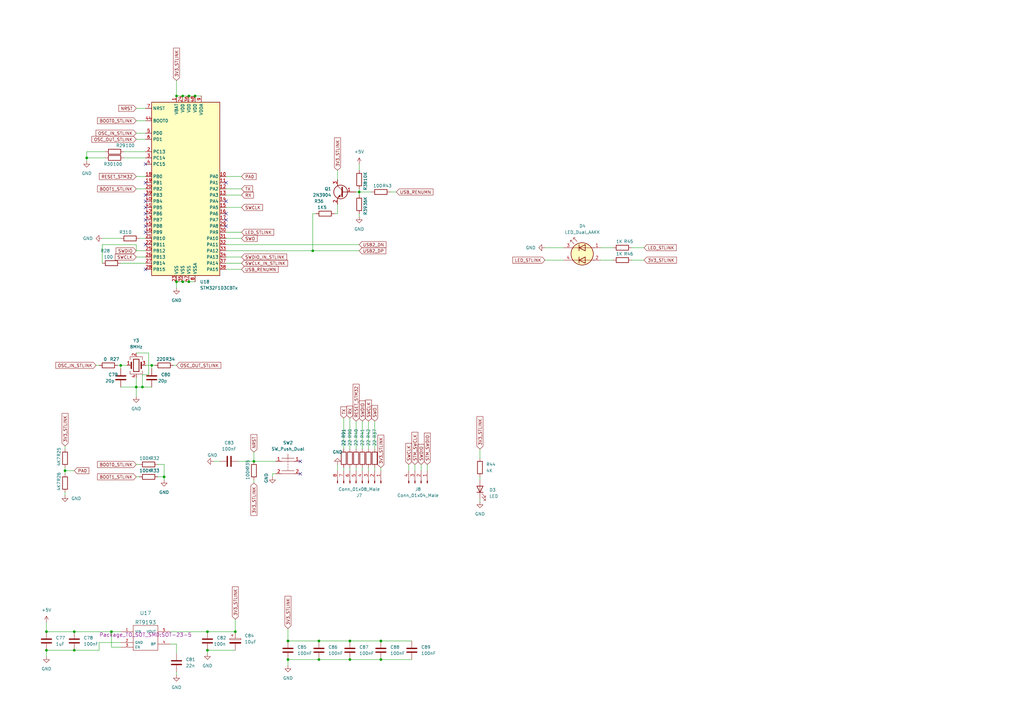
<source format=kicad_sch>
(kicad_sch (version 20211123) (generator eeschema)
  (paper "A3")
  (lib_symbols
    (symbol "Connector:Conn_01x04_Male" (pin_names (offset 1.016) hide)
      (property "Reference" "J" (at 0 5.08 0))
      (property "Value" "Conn_01x04_Male" (at 0 -7.62 0))
      (symbol "Conn_01x04_Male_1_1"
        (polyline (pts (xy 1.27 -5.08) (xy 0.8636 -5.08)) (stroke (width 0.1524)))
        (polyline (pts (xy 1.27 -2.54) (xy 0.8636 -2.54)) (stroke (width 0.1524)))
        (polyline (pts (xy 1.27 0) (xy 0.8636 0)) (stroke (width 0.1524)))
        (polyline (pts (xy 1.27 2.54) (xy 0.8636 2.54)) (stroke (width 0.1524)))
        (rectangle (start 0.8636 -4.953) (end 0 -5.207) (stroke (width 0.1524)) (fill (type outline)))
        (rectangle (start 0.8636 -2.413) (end 0 -2.667) (stroke (width 0.1524)) (fill (type outline)))
        (rectangle (start 0.8636 0.127) (end 0 -0.127) (stroke (width 0.1524)) (fill (type outline)))
        (rectangle (start 0.8636 2.667) (end 0 2.413) (stroke (width 0.1524)) (fill (type outline)))
        (pin passive line (at 5.08 2.54 180) (length 3.81) (name "Pin_1") (number "1"))
        (pin passive line (at 5.08 0 180) (length 3.81) (name "Pin_2") (number "2"))
        (pin passive line (at 5.08 -2.54 180) (length 3.81) (name "Pin_3") (number "3"))
        (pin passive line (at 5.08 -5.08 180) (length 3.81) (name "Pin_4") (number "4"))
      )
    )
    (symbol "Connector:Conn_01x08_Male" (pin_names (offset 1.016) hide)
      (property "Reference" "J" (at 0 10.16 0))
      (property "Value" "Conn_01x08_Male" (at 0 -12.7 0))
      (symbol "Conn_01x08_Male_1_1"
        (polyline (pts (xy 1.27 -10.16) (xy 0.8636 -10.16)) (stroke (width 0.1524)))
        (polyline (pts (xy 1.27 -7.62) (xy 0.8636 -7.62)) (stroke (width 0.1524)))
        (polyline (pts (xy 1.27 -5.08) (xy 0.8636 -5.08)) (stroke (width 0.1524)))
        (polyline (pts (xy 1.27 -2.54) (xy 0.8636 -2.54)) (stroke (width 0.1524)))
        (polyline (pts (xy 1.27 0) (xy 0.8636 0)) (stroke (width 0.1524)))
        (polyline (pts (xy 1.27 2.54) (xy 0.8636 2.54)) (stroke (width 0.1524)))
        (polyline (pts (xy 1.27 5.08) (xy 0.8636 5.08)) (stroke (width 0.1524)))
        (polyline (pts (xy 1.27 7.62) (xy 0.8636 7.62)) (stroke (width 0.1524)))
        (rectangle (start 0.8636 -10.033) (end 0 -10.287) (stroke (width 0.1524)) (fill (type outline)))
        (rectangle (start 0.8636 -7.493) (end 0 -7.747) (stroke (width 0.1524)) (fill (type outline)))
        (rectangle (start 0.8636 -4.953) (end 0 -5.207) (stroke (width 0.1524)) (fill (type outline)))
        (rectangle (start 0.8636 -2.413) (end 0 -2.667) (stroke (width 0.1524)) (fill (type outline)))
        (rectangle (start 0.8636 0.127) (end 0 -0.127) (stroke (width 0.1524)) (fill (type outline)))
        (rectangle (start 0.8636 2.667) (end 0 2.413) (stroke (width 0.1524)) (fill (type outline)))
        (rectangle (start 0.8636 5.207) (end 0 4.953) (stroke (width 0.1524)) (fill (type outline)))
        (rectangle (start 0.8636 7.747) (end 0 7.493) (stroke (width 0.1524)) (fill (type outline)))
        (pin passive line (at 5.08 7.62 180) (length 3.81) (name "Pin_1") (number "1"))
        (pin passive line (at 5.08 5.08 180) (length 3.81) (name "Pin_2") (number "2"))
        (pin passive line (at 5.08 2.54 180) (length 3.81) (name "Pin_3") (number "3"))
        (pin passive line (at 5.08 0 180) (length 3.81) (name "Pin_4") (number "4"))
        (pin passive line (at 5.08 -2.54 180) (length 3.81) (name "Pin_5") (number "5"))
        (pin passive line (at 5.08 -5.08 180) (length 3.81) (name "Pin_6") (number "6"))
        (pin passive line (at 5.08 -7.62 180) (length 3.81) (name "Pin_7") (number "7"))
        (pin passive line (at 5.08 -10.16 180) (length 3.81) (name "Pin_8") (number "8"))
      )
    )
    (symbol "Device:C" (pin_numbers hide) (pin_names (offset 0.254))
      (property "Reference" "C" (at 0.635 2.54 0))
      (property "Value" "C" (at 0.635 -2.54 0))
      (symbol "C_0_1"
        (polyline (pts (xy -2.032 -0.762) (xy 2.032 -0.762)) (stroke (width 0.508)))
        (polyline (pts (xy -2.032 0.762) (xy 2.032 0.762)) (stroke (width 0.508)))
      )
      (symbol "C_1_1"
        (pin passive line (at 0 3.81 270) (length 2.794) (name "~") (number "1"))
        (pin passive line (at 0 -3.81 90) (length 2.794) (name "~") (number "2"))
      )
    )
    (symbol "Device:C_Polarized" (pin_numbers hide) (pin_names (offset 0.254))
      (property "Reference" "C" (at 0.635 2.54 0))
      (property "Value" "C_Polarized" (at 0.635 -2.54 0))
      (symbol "C_Polarized_0_1"
        (rectangle (start -2.286 0.508) (end 2.286 1.016))
        (polyline (pts (xy -1.778 2.286) (xy -0.762 2.286)))
        (polyline (pts (xy -1.27 2.794) (xy -1.27 1.778)))
        (rectangle (start 2.286 -0.508) (end -2.286 -1.016) (fill (type outline)))
      )
      (symbol "C_Polarized_1_1"
        (pin passive line (at 0 3.81 270) (length 2.794) (name "~") (number "1"))
        (pin passive line (at 0 -3.81 90) (length 2.794) (name "~") (number "2"))
      )
    )
    (symbol "Device:Crystal_GND24" (pin_names (offset 1.016) hide)
      (property "Reference" "Y" (at 3.175 5.08 0))
      (property "Value" "Crystal_GND24" (at 3.175 3.175 0))
      (symbol "Crystal_GND24_0_1"
        (rectangle (start -1.143 2.54) (end 1.143 -2.54) (stroke (width 0.3048)))
        (polyline (pts (xy -2.54 0) (xy -2.032 0)))
        (polyline (pts (xy -2.032 -1.27) (xy -2.032 1.27)) (stroke (width 0.508)))
        (polyline (pts (xy 0 -3.81) (xy 0 -3.556)))
        (polyline (pts (xy 0 3.556) (xy 0 3.81)))
        (polyline (pts (xy 2.032 -1.27) (xy 2.032 1.27)) (stroke (width 0.508)))
        (polyline (pts (xy 2.032 0) (xy 2.54 0)))
        (polyline (pts (xy -2.54 -2.286) (xy -2.54 -3.556) (xy 2.54 -3.556) (xy 2.54 -2.286)))
        (polyline (pts (xy -2.54 2.286) (xy -2.54 3.556) (xy 2.54 3.556) (xy 2.54 2.286)))
      )
      (symbol "Crystal_GND24_1_1"
        (pin passive line (at -3.81 0 0) (length 1.27) (name "1") (number "1"))
        (pin passive line (at 0 5.08 270) (length 1.27) (name "2") (number "2"))
        (pin passive line (at 3.81 0 180) (length 1.27) (name "3") (number "3"))
        (pin passive line (at 0 -5.08 90) (length 1.27) (name "4") (number "4"))
      )
    )
    (symbol "Device:LED" (pin_numbers hide) (pin_names (offset 1.016) hide)
      (property "Reference" "D" (at 0 2.54 0))
      (property "Value" "LED" (at 0 -2.54 0))
      (symbol "LED_0_1"
        (polyline (pts (xy -1.27 -1.27) (xy -1.27 1.27)) (stroke (width 0.254)))
        (polyline (pts (xy -1.27 0) (xy 1.27 0)))
        (polyline (pts (xy 1.27 -1.27) (xy 1.27 1.27) (xy -1.27 0) (xy 1.27 -1.27)) (stroke (width 0.254)))
        (polyline (pts (xy -3.048 -0.762) (xy -4.572 -2.286) (xy -3.81 -2.286) (xy -4.572 -2.286) (xy -4.572 -1.524)))
        (polyline (pts (xy -1.778 -0.762) (xy -3.302 -2.286) (xy -2.54 -2.286) (xy -3.302 -2.286) (xy -3.302 -1.524)))
      )
      (symbol "LED_1_1"
        (pin passive line (at -3.81 0 0) (length 2.54) (name "K") (number "1"))
        (pin passive line (at 3.81 0 180) (length 2.54) (name "A") (number "2"))
      )
    )
    (symbol "Device:LED_Dual_AAKK" (pin_names (offset 0) hide)
      (property "Reference" "D" (at 0 5.715 0))
      (property "Value" "LED_Dual_AAKK" (at 0 -6.35 0))
      (symbol "LED_Dual_AAKK_0_1"
        (polyline (pts (xy -5.08 -2.54) (xy 2.032 -2.54)))
        (polyline (pts (xy -5.08 2.54) (xy 2.032 2.54)))
        (polyline (pts (xy 1.27 -1.27) (xy 1.27 -3.81)) (stroke (width 0.254)))
        (polyline (pts (xy 1.27 3.81) (xy 1.27 1.27)) (stroke (width 0.254)))
        (polyline (pts (xy 3.81 -2.54) (xy 1.905 -2.54)))
        (polyline (pts (xy 3.81 2.54) (xy 1.905 2.54)))
        (polyline (pts (xy -1.27 -1.27) (xy -1.27 -3.81) (xy 1.27 -2.54) (xy -1.27 -1.27)) (stroke (width 0.254)))
        (polyline (pts (xy -1.27 3.81) (xy -1.27 1.27) (xy 1.27 2.54) (xy -1.27 3.81)) (stroke (width 0.254)))
        (polyline (pts (xy 2.032 5.08) (xy 3.556 6.604) (xy 2.794 6.604) (xy 3.556 6.604) (xy 3.556 5.842)))
        (polyline (pts (xy 3.302 4.064) (xy 4.826 5.588) (xy 4.064 5.588) (xy 4.826 5.588) (xy 4.826 4.826)))
        (circle (center 0 0) (radius 4.572) (stroke (width 0.254)) (fill (type background)))
      )
      (symbol "LED_Dual_AAKK_1_1"
        (pin input line (at -7.62 2.54 0) (length 3.048) (name "A1") (number "1"))
        (pin input line (at -7.62 -2.54 0) (length 3.048) (name "A2") (number "2"))
        (pin input line (at 7.62 2.54 180) (length 3.81) (name "K1") (number "3"))
        (pin input line (at 7.62 -2.54 180) (length 3.81) (name "K2") (number "4"))
      )
    )
    (symbol "Device:R" (pin_numbers hide) (pin_names (offset 0))
      (property "Reference" "R" (at 2.032 0 90))
      (property "Value" "R" (at 0 0 90))
      (symbol "R_0_1"
        (rectangle (start -1.016 -2.54) (end 1.016 2.54) (stroke (width 0.254)))
      )
      (symbol "R_1_1"
        (pin passive line (at 0 3.81 270) (length 1.27) (name "~") (number "1"))
        (pin passive line (at 0 -3.81 90) (length 1.27) (name "~") (number "2"))
      )
    )
    (symbol "MCU_ST_STM32F1:STM32F103CBTx"
      (property "Reference" "U" (at -15.24 36.83 0))
      (property "Value" "STM32F103CBTx" (at 7.62 36.83 0))
      (symbol "STM32F103CBTx_0_1"
        (rectangle (start -15.24 -35.56) (end 12.7 35.56) (stroke (width 0.254)) (fill (type background)))
      )
      (symbol "STM32F103CBTx_1_1"
        (pin power_in line (at -5.08 38.1 270) (length 2.54) (name "VBAT") (number "1"))
        (pin bidirectional line (at 15.24 5.08 180) (length 2.54) (name "PA0") (number "10"))
        (pin bidirectional line (at 15.24 2.54 180) (length 2.54) (name "PA1") (number "11"))
        (pin bidirectional line (at 15.24 0 180) (length 2.54) (name "PA2") (number "12"))
        (pin bidirectional line (at 15.24 -2.54 180) (length 2.54) (name "PA3") (number "13"))
        (pin bidirectional line (at 15.24 -5.08 180) (length 2.54) (name "PA4") (number "14"))
        (pin bidirectional line (at 15.24 -7.62 180) (length 2.54) (name "PA5") (number "15"))
        (pin bidirectional line (at 15.24 -10.16 180) (length 2.54) (name "PA6") (number "16"))
        (pin bidirectional line (at 15.24 -12.7 180) (length 2.54) (name "PA7") (number "17"))
        (pin bidirectional line (at -17.78 5.08 0) (length 2.54) (name "PB0") (number "18"))
        (pin bidirectional line (at -17.78 2.54 0) (length 2.54) (name "PB1") (number "19"))
        (pin bidirectional line (at -17.78 15.24 0) (length 2.54) (name "PC13") (number "2"))
        (pin bidirectional line (at -17.78 0 0) (length 2.54) (name "PB2") (number "20"))
        (pin bidirectional line (at -17.78 -20.32 0) (length 2.54) (name "PB10") (number "21"))
        (pin bidirectional line (at -17.78 -22.86 0) (length 2.54) (name "PB11") (number "22"))
        (pin power_in line (at -5.08 -38.1 90) (length 2.54) (name "VSS") (number "23"))
        (pin power_in line (at -2.54 38.1 270) (length 2.54) (name "VDD") (number "24"))
        (pin bidirectional line (at -17.78 -25.4 0) (length 2.54) (name "PB12") (number "25"))
        (pin bidirectional line (at -17.78 -27.94 0) (length 2.54) (name "PB13") (number "26"))
        (pin bidirectional line (at -17.78 -30.48 0) (length 2.54) (name "PB14") (number "27"))
        (pin bidirectional line (at -17.78 -33.02 0) (length 2.54) (name "PB15") (number "28"))
        (pin bidirectional line (at 15.24 -15.24 180) (length 2.54) (name "PA8") (number "29"))
        (pin bidirectional line (at -17.78 12.7 0) (length 2.54) (name "PC14") (number "3"))
        (pin bidirectional line (at 15.24 -17.78 180) (length 2.54) (name "PA9") (number "30"))
        (pin bidirectional line (at 15.24 -20.32 180) (length 2.54) (name "PA10") (number "31"))
        (pin bidirectional line (at 15.24 -22.86 180) (length 2.54) (name "PA11") (number "32"))
        (pin bidirectional line (at 15.24 -25.4 180) (length 2.54) (name "PA12") (number "33"))
        (pin bidirectional line (at 15.24 -27.94 180) (length 2.54) (name "PA13") (number "34"))
        (pin power_in line (at -2.54 -38.1 90) (length 2.54) (name "VSS") (number "35"))
        (pin power_in line (at 0 38.1 270) (length 2.54) (name "VDD") (number "36"))
        (pin bidirectional line (at 15.24 -30.48 180) (length 2.54) (name "PA14") (number "37"))
        (pin bidirectional line (at 15.24 -33.02 180) (length 2.54) (name "PA15") (number "38"))
        (pin bidirectional line (at -17.78 -2.54 0) (length 2.54) (name "PB3") (number "39"))
        (pin bidirectional line (at -17.78 10.16 0) (length 2.54) (name "PC15") (number "4"))
        (pin bidirectional line (at -17.78 -5.08 0) (length 2.54) (name "PB4") (number "40"))
        (pin bidirectional line (at -17.78 -7.62 0) (length 2.54) (name "PB5") (number "41"))
        (pin bidirectional line (at -17.78 -10.16 0) (length 2.54) (name "PB6") (number "42"))
        (pin bidirectional line (at -17.78 -12.7 0) (length 2.54) (name "PB7") (number "43"))
        (pin input line (at -17.78 27.94 0) (length 2.54) (name "BOOT0") (number "44"))
        (pin bidirectional line (at -17.78 -15.24 0) (length 2.54) (name "PB8") (number "45"))
        (pin bidirectional line (at -17.78 -17.78 0) (length 2.54) (name "PB9") (number "46"))
        (pin power_in line (at 0 -38.1 90) (length 2.54) (name "VSS") (number "47"))
        (pin power_in line (at 2.54 38.1 270) (length 2.54) (name "VDD") (number "48"))
        (pin input line (at -17.78 22.86 0) (length 2.54) (name "PD0") (number "5"))
        (pin input line (at -17.78 20.32 0) (length 2.54) (name "PD1") (number "6"))
        (pin input line (at -17.78 33.02 0) (length 2.54) (name "NRST") (number "7"))
        (pin power_in line (at 2.54 -38.1 90) (length 2.54) (name "VSSA") (number "8"))
        (pin power_in line (at 5.08 38.1 270) (length 2.54) (name "VDDA") (number "9"))
      )
    )
    (symbol "SW_Push_Dual_1" (pin_names (offset 1.016) hide)
      (property "Reference" "SW?" (at 0 7.62 0))
      (property "Value" "SW_Push_Dual" (at 0 5.08 0))
      (symbol "SW_Push_Dual_1_0_1"
        (polyline (pts (xy -2.54 -5.08) (xy 2.54 -5.08)))
        (polyline (pts (xy -2.54 0) (xy 2.54 0)))
        (polyline (pts (xy 0 -3.048) (xy 0 -3.556)))
        (polyline (pts (xy 0 -2.032) (xy 0 -2.54)))
        (polyline (pts (xy 0 -1.524) (xy 0 -1.016)))
        (polyline (pts (xy 0 -0.508) (xy 0 0)))
        (polyline (pts (xy 0 0.508) (xy 0 1.016)))
        (polyline (pts (xy 0 1.27) (xy 0 3.048)))
        (polyline (pts (xy 2.54 -3.81) (xy -2.54 -3.81)))
        (polyline (pts (xy 2.54 1.27) (xy -2.54 1.27)))
        (pin passive line (at -5.08 0 0) (length 2.54) (name "1") (number "1"))
        (pin passive line (at 5.08 0 180) (length 2.54) (name "1") (number "1"))
        (pin passive line (at -5.08 -5.08 0) (length 2.54) (name "2") (number "2"))
        (pin passive line (at 5.08 -5.08 180) (length 2.54) (name "2") (number "2"))
      )
    )
    (symbol "TX0RX0:RT9193" (pin_names (offset 0.762))
      (property "Reference" "U" (at -2.54 7.62 0))
      (property "Value" "RT9193" (at 0 5.08 0))
      (property "Datasheet" "www.richtek.com/download_ds.jsp?s=248" (at 0 0 0))
      (symbol "RT9193_0_1"
        (rectangle (start -5.08 3.81) (end 5.08 -6.35))
      )
      (symbol "RT9193_1_1"
        (pin input line (at -10.16 1.27 0) (length 5.08) (name "VIN") (number "1"))
        (pin input line (at -10.16 -3.175 0) (length 5.08) (name "GND") (number "2"))
        (pin input line (at -10.16 -5.08 0) (length 5.08) (name "EN") (number "3"))
        (pin power_out line (at 10.16 -3.81 180) (length 5.08) (name "BP") (number "4"))
        (pin power_out line (at 10.16 1.27 180) (length 5.08) (name "VOUT") (number "5"))
      )
    )
    (symbol "Transistor_BJT:BC817" (pin_names (offset 0) hide)
      (property "Reference" "Q" (at 5.08 1.905 0))
      (property "Value" "BC817" (at 5.08 0 0))
      (symbol "BC817_0_1"
        (polyline (pts (xy 0.635 0.635) (xy 2.54 2.54)))
        (polyline (pts (xy 0.635 -0.635) (xy 2.54 -2.54) (xy 2.54 -2.54)))
        (polyline (pts (xy 0.635 1.905) (xy 0.635 -1.905) (xy 0.635 -1.905)) (stroke (width 0.508)))
        (polyline (pts (xy 1.27 -1.778) (xy 1.778 -1.27) (xy 2.286 -2.286) (xy 1.27 -1.778) (xy 1.27 -1.778)) (fill (type outline)))
        (circle (center 1.27 0) (radius 2.8194) (stroke (width 0.254)))
      )
      (symbol "BC817_1_1"
        (pin input line (at -5.08 0 0) (length 5.715) (name "B") (number "1"))
        (pin passive line (at 2.54 -5.08 90) (length 2.54) (name "E") (number "2"))
        (pin passive line (at 2.54 5.08 270) (length 2.54) (name "C") (number "3"))
      )
    )
    (symbol "power:+5V" (power) (pin_names (offset 0))
      (property "Value" "+5V" (at 0 3.556 0))
      (symbol "+5V_0_1"
        (polyline (pts (xy -0.762 1.27) (xy 0 2.54)))
        (polyline (pts (xy 0 0) (xy 0 2.54)))
        (polyline (pts (xy 0 2.54) (xy 0.762 1.27)))
      )
      (symbol "+5V_1_1"
        (pin power_in line (at 0 0 90) (length 0) hide (name "+5V") (number "1"))
      )
    )
    (symbol "power:GND" (power) (pin_names (offset 0))
      (property "Value" "GND" (at 0 -3.81 0))
      (symbol "GND_0_1"
        (polyline (pts (xy 0 0) (xy 0 -1.27) (xy 1.27 -1.27) (xy 0 -2.54) (xy -1.27 -1.27) (xy 0 -1.27)))
      )
      (symbol "GND_1_1"
        (pin power_in line (at 0 0 270) (length 0) hide (name "GND") (number "1"))
      )
    )
  )
  (junction (at 77.47 39.37))
  (junction (at 72.39 115.57))
  (junction (at 72.39 39.37))
  (junction (at 104.14 189.23))
  (junction (at 67.31 195.58))
  (junction (at 143.51 270.51))
  (junction (at 26.67 193.04))
  (junction (at 96.52 259.08))
  (junction (at 85.09 266.7))
  (junction (at 130.81 270.51))
  (junction (at 74.93 39.37))
  (junction (at 55.88 158.75))
  (junction (at 118.11 270.51))
  (junction (at 19.05 259.08))
  (junction (at 156.21 270.51))
  (junction (at 143.51 262.89))
  (junction (at 118.11 262.89))
  (junction (at 147.32 78.74))
  (junction (at 35.56 64.77))
  (junction (at 130.81 262.89))
  (junction (at 49.53 149.86))
  (junction (at 74.93 115.57))
  (junction (at 45.72 259.08))
  (junction (at 30.48 266.7))
  (junction (at 85.09 259.08))
  (junction (at 77.47 115.57))
  (junction (at 156.21 262.89))
  (junction (at 19.05 266.7))
  (junction (at 62.23 149.86))
  (junction (at 128.27 102.87))
  (junction (at 80.01 39.37))
  (junction (at 58.42 158.75))
  (junction (at 30.48 259.08))
  (no_connect (at 123.19 189.23))
  (no_connect (at 123.19 194.31))
  (no_connect (at 59.69 100.33))
  (no_connect (at 59.69 87.63))
  (no_connect (at 59.69 95.25))
  (no_connect (at 59.69 92.71))
  (no_connect (at 59.69 90.17))
  (no_connect (at 59.69 110.49))
  (no_connect (at 59.69 74.93))
  (no_connect (at 59.69 82.55))
  (no_connect (at 59.69 80.01))
  (no_connect (at 59.69 85.09))
  (no_connect (at 92.71 90.17))
  (no_connect (at 92.71 92.71))
  (no_connect (at 92.71 87.63))
  (no_connect (at 92.71 82.55))
  (no_connect (at 92.71 74.93))
  (no_connect (at 59.69 67.31))
  (wire (pts (xy 60.96 144.78) (xy 60.96 153.67)))
  (wire (pts (xy 55.88 54.61) (xy 59.69 54.61)))
  (wire (pts (xy 130.81 262.89) (xy 143.51 262.89)))
  (wire (pts (xy 143.51 270.51) (xy 156.21 270.51)))
  (wire (pts (xy 223.52 106.68) (xy 231.14 106.68)))
  (wire (pts (xy 19.05 266.7) (xy 30.48 266.7)))
  (wire (pts (xy 92.71 110.49) (xy 99.06 110.49)))
  (wire (pts (xy 246.38 101.6) (xy 251.46 101.6)))
  (wire (pts (xy 147.32 77.47) (xy 147.32 78.74)))
  (wire (pts (xy 55.88 77.47) (xy 59.69 77.47)))
  (wire (pts (xy 140.97 191.77) (xy 140.97 193.04)))
  (wire (pts (xy 72.39 264.16) (xy 72.39 267.97)))
  (wire (pts (xy 58.42 158.75) (xy 62.23 158.75)))
  (wire (pts (xy 49.53 107.95) (xy 59.69 107.95)))
  (wire (pts (xy 118.11 270.51) (xy 118.11 273.05)))
  (wire (pts (xy 55.88 144.78) (xy 60.96 144.78)))
  (wire (pts (xy 49.53 158.75) (xy 55.88 158.75)))
  (wire (pts (xy 35.56 62.23) (xy 43.18 62.23)))
  (wire (pts (xy 259.08 101.6) (xy 264.16 101.6)))
  (wire (pts (xy 57.15 97.79) (xy 59.69 97.79)))
  (wire (pts (xy 72.39 115.57) (xy 72.39 118.11)))
  (wire (pts (xy 55.88 102.87) (xy 55.88 100.33)))
  (wire (pts (xy 92.71 97.79) (xy 99.06 97.79)))
  (wire (pts (xy 55.88 154.94) (xy 55.88 158.75)))
  (wire (pts (xy 55.88 102.87) (xy 59.69 102.87)))
  (wire (pts (xy 72.39 33.02) (xy 72.39 39.37)))
  (wire (pts (xy 64.77 195.58) (xy 67.31 195.58)))
  (wire (pts (xy 151.13 172.72) (xy 151.13 184.15)))
  (wire (pts (xy 156.21 270.51) (xy 168.91 270.51)))
  (wire (pts (xy 35.56 66.04) (xy 35.56 64.77)))
  (wire (pts (xy 160.02 78.74) (xy 162.56 78.74)))
  (wire (pts (xy 62.23 149.86) (xy 62.23 151.13)))
  (wire (pts (xy 118.11 262.89) (xy 130.81 262.89)))
  (wire (pts (xy 55.88 57.15) (xy 59.69 57.15)))
  (wire (pts (xy 146.05 191.77) (xy 146.05 193.04)))
  (wire (pts (xy 196.85 204.47) (xy 196.85 205.74)))
  (wire (pts (xy 129.54 87.63) (xy 128.27 87.63)))
  (wire (pts (xy 69.85 264.16) (xy 72.39 264.16)))
  (wire (pts (xy 111.76 194.31) (xy 113.03 194.31)))
  (wire (pts (xy 104.14 185.42) (xy 104.14 189.23)))
  (wire (pts (xy 67.31 190.5) (xy 67.31 195.58)))
  (wire (pts (xy 30.48 259.08) (xy 45.72 259.08)))
  (wire (pts (xy 143.51 171.45) (xy 143.51 184.15)))
  (wire (pts (xy 40.64 266.7) (xy 30.48 266.7)))
  (wire (pts (xy 55.88 195.58) (xy 57.15 195.58)))
  (wire (pts (xy 49.53 149.86) (xy 52.07 149.86)))
  (wire (pts (xy 19.05 255.27) (xy 19.05 259.08)))
  (wire (pts (xy 26.67 201.93) (xy 26.67 203.2)))
  (wire (pts (xy 97.79 189.23) (xy 104.14 189.23)))
  (wire (pts (xy 55.88 72.39) (xy 59.69 72.39)))
  (wire (pts (xy 153.67 172.72) (xy 153.67 184.15)))
  (wire (pts (xy 69.85 259.08) (xy 85.09 259.08)))
  (wire (pts (xy 130.81 270.51) (xy 143.51 270.51)))
  (wire (pts (xy 26.67 182.88) (xy 26.67 184.15)))
  (wire (pts (xy 74.93 115.57) (xy 77.47 115.57)))
  (wire (pts (xy 175.26 190.5) (xy 175.26 193.04)))
  (wire (pts (xy 72.39 39.37) (xy 74.93 39.37)))
  (wire (pts (xy 153.67 191.77) (xy 153.67 193.04)))
  (wire (pts (xy 196.85 184.15) (xy 196.85 187.96)))
  (wire (pts (xy 60.96 153.67) (xy 58.42 153.67)))
  (wire (pts (xy 118.11 270.51) (xy 130.81 270.51)))
  (wire (pts (xy 85.09 259.08) (xy 96.52 259.08)))
  (wire (pts (xy 45.72 259.08) (xy 45.72 265.43)))
  (wire (pts (xy 156.21 191.77) (xy 156.21 193.04)))
  (wire (pts (xy 111.76 195.58) (xy 111.76 194.31)))
  (wire (pts (xy 148.59 172.72) (xy 148.59 184.15)))
  (wire (pts (xy 147.32 67.31) (xy 147.32 69.85)))
  (wire (pts (xy 45.72 265.43) (xy 49.53 265.43)))
  (wire (pts (xy 92.71 85.09) (xy 99.06 85.09)))
  (wire (pts (xy 167.64 190.5) (xy 167.64 193.04)))
  (wire (pts (xy 50.8 62.23) (xy 59.69 62.23)))
  (wire (pts (xy 259.08 106.68) (xy 264.16 106.68)))
  (wire (pts (xy 147.32 78.74) (xy 146.05 78.74)))
  (wire (pts (xy 148.59 191.77) (xy 148.59 193.04)))
  (wire (pts (xy 92.71 77.47) (xy 99.06 77.47)))
  (wire (pts (xy 19.05 259.08) (xy 30.48 259.08)))
  (wire (pts (xy 55.88 158.75) (xy 55.88 162.56)))
  (wire (pts (xy 35.56 64.77) (xy 35.56 62.23)))
  (wire (pts (xy 58.42 153.67) (xy 58.42 158.75)))
  (wire (pts (xy 55.88 158.75) (xy 58.42 158.75)))
  (wire (pts (xy 151.13 191.77) (xy 151.13 193.04)))
  (wire (pts (xy 246.38 106.68) (xy 251.46 106.68)))
  (wire (pts (xy 39.37 149.86) (xy 40.64 149.86)))
  (wire (pts (xy 72.39 115.57) (xy 74.93 115.57)))
  (wire (pts (xy 85.09 266.7) (xy 96.52 266.7)))
  (wire (pts (xy 55.88 49.53) (xy 59.69 49.53)))
  (wire (pts (xy 147.32 78.74) (xy 152.4 78.74)))
  (wire (pts (xy 138.43 87.63) (xy 138.43 83.82)))
  (wire (pts (xy 104.14 196.85) (xy 104.14 198.12)))
  (wire (pts (xy 128.27 102.87) (xy 147.32 102.87)))
  (wire (pts (xy 80.01 39.37) (xy 82.55 39.37)))
  (wire (pts (xy 74.93 39.37) (xy 77.47 39.37)))
  (wire (pts (xy 147.32 80.01) (xy 147.32 78.74)))
  (wire (pts (xy 64.77 190.5) (xy 67.31 190.5)))
  (wire (pts (xy 156.21 262.89) (xy 168.91 262.89)))
  (wire (pts (xy 87.63 189.23) (xy 90.17 189.23)))
  (wire (pts (xy 62.23 149.86) (xy 63.5 149.86)))
  (wire (pts (xy 137.16 87.63) (xy 138.43 87.63)))
  (wire (pts (xy 35.56 64.77) (xy 43.18 64.77)))
  (wire (pts (xy 49.53 263.525) (xy 40.64 263.525)))
  (wire (pts (xy 26.67 193.04) (xy 30.48 193.04)))
  (wire (pts (xy 92.71 100.33) (xy 147.32 100.33)))
  (wire (pts (xy 104.14 189.23) (xy 113.03 189.23)))
  (wire (pts (xy 77.47 39.37) (xy 80.01 39.37)))
  (wire (pts (xy 67.31 195.58) (xy 67.31 196.85)))
  (wire (pts (xy 26.67 191.77) (xy 26.67 193.04)))
  (wire (pts (xy 138.43 190.5) (xy 138.43 193.04)))
  (wire (pts (xy 50.8 64.77) (xy 59.69 64.77)))
  (wire (pts (xy 138.43 69.85) (xy 138.43 73.66)))
  (wire (pts (xy 71.12 149.86) (xy 72.39 149.86)))
  (wire (pts (xy 59.69 149.86) (xy 62.23 149.86)))
  (wire (pts (xy 196.85 195.58) (xy 196.85 196.85)))
  (wire (pts (xy 55.88 100.33) (xy 41.91 100.33)))
  (wire (pts (xy 146.05 172.72) (xy 146.05 184.15)))
  (wire (pts (xy 19.05 266.7) (xy 19.05 269.24)))
  (wire (pts (xy 77.47 115.57) (xy 80.01 115.57)))
  (wire (pts (xy 85.09 266.7) (xy 85.09 267.97)))
  (wire (pts (xy 55.88 105.41) (xy 59.69 105.41)))
  (wire (pts (xy 140.97 171.45) (xy 140.97 184.15)))
  (wire (pts (xy 41.91 97.79) (xy 49.53 97.79)))
  (wire (pts (xy 92.71 95.25) (xy 99.06 95.25)))
  (wire (pts (xy 172.72 190.5) (xy 172.72 193.04)))
  (wire (pts (xy 96.52 254) (xy 96.52 259.08)))
  (wire (pts (xy 55.88 44.45) (xy 59.69 44.45)))
  (wire (pts (xy 72.39 275.59) (xy 72.39 276.86)))
  (wire (pts (xy 48.26 149.86) (xy 49.53 149.86)))
  (wire (pts (xy 170.18 190.5) (xy 170.18 193.04)))
  (wire (pts (xy 223.52 101.6) (xy 231.14 101.6)))
  (wire (pts (xy 143.51 262.89) (xy 156.21 262.89)))
  (wire (pts (xy 45.72 259.08) (xy 49.53 259.08)))
  (wire (pts (xy 40.64 263.525) (xy 40.64 266.7)))
  (wire (pts (xy 147.32 87.63) (xy 147.32 88.9)))
  (wire (pts (xy 41.91 100.33) (xy 41.91 107.95)))
  (wire (pts (xy 92.71 105.41) (xy 99.06 105.41)))
  (wire (pts (xy 55.88 190.5) (xy 57.15 190.5)))
  (wire (pts (xy 143.51 191.77) (xy 143.51 193.04)))
  (wire (pts (xy 128.27 87.63) (xy 128.27 102.87)))
  (wire (pts (xy 118.11 257.81) (xy 118.11 262.89)))
  (wire (pts (xy 92.71 107.95) (xy 99.06 107.95)))
  (wire (pts (xy 92.71 80.01) (xy 99.06 80.01)))
  (wire (pts (xy 92.71 102.87) (xy 128.27 102.87)))
  (wire (pts (xy 26.67 193.04) (xy 26.67 194.31)))
  (wire (pts (xy 92.71 72.39) (xy 99.06 72.39)))
  (wire (pts (xy 49.53 149.86) (xy 49.53 151.13)))
  (global_label "3V3_STLINK" (shape input) (at 264.16 106.68 0) (property "Intersheet References" "${INTERSHEET_REFS}" (effects hide)))
  (global_label "3V3_STLINK" (shape input) (at 96.52 254 90) (property "Intersheet References" "${INTERSHEET_REFS}" (effects hide)))
  (global_label "NRST" (shape input) (at 55.88 44.45 180) (property "Intersheet References" "${INTERSHEET_REFS}" (effects hide)))
  (global_label "TX" (shape input) (at 140.97 171.45 90) (property "Intersheet References" "${INTERSHEET_REFS}" (effects hide)))
  (global_label "BOOT0_STLINK" (shape input) (at 55.88 49.53 180) (property "Intersheet References" "${INTERSHEET_REFS}" (effects hide)))
  (global_label "OSC_OUT_STLINK" (shape input) (at 72.39 149.86 0) (property "Intersheet References" "${INTERSHEET_REFS}" (effects hide)))
  (global_label "3V3_STLINK" (shape input) (at 196.85 184.15 90) (property "Intersheet References" "${INTERSHEET_REFS}" (effects hide)))
  (global_label "USB_RENUMN" (shape input) (at 162.56 78.74 0) (property "Intersheet References" "${INTERSHEET_REFS}" (effects hide)))
  (global_label "SWCLK" (shape input) (at 151.13 172.72 90) (property "Intersheet References" "${INTERSHEET_REFS}" (effects hide)))
  (global_label "LED_STLINK" (shape input) (at 99.06 95.25 0) (property "Intersheet References" "${INTERSHEET_REFS}" (effects hide)))
  (global_label "PA0" (shape input) (at 30.48 193.04 0) (property "Intersheet References" "${INTERSHEET_REFS}" (effects hide)))
  (global_label "OSC_IN_STLINK" (shape input) (at 55.88 54.61 180) (property "Intersheet References" "${INTERSHEET_REFS}" (effects hide)))
  (global_label "SWDIO" (shape input) (at 55.88 102.87 180) (property "Intersheet References" "${INTERSHEET_REFS}" (effects hide)))
  (global_label "RESET_STM32" (shape input) (at 55.88 72.39 180) (property "Intersheet References" "${INTERSHEET_REFS}" (effects hide)))
  (global_label "BOOT0_STLINK" (shape input) (at 55.88 190.5 180) (property "Intersheet References" "${INTERSHEET_REFS}" (effects hide)))
  (global_label "LED_STLINK" (shape input) (at 223.52 106.68 180) (property "Intersheet References" "${INTERSHEET_REFS}" (effects hide)))
  (global_label "SWO" (shape input) (at 153.67 172.72 90) (property "Intersheet References" "${INTERSHEET_REFS}" (effects hide)))
  (global_label "SWCLK" (shape input) (at 167.64 190.5 90) (property "Intersheet References" "${INTERSHEET_REFS}" (effects hide)))
  (global_label "3V3_STLINK" (shape input) (at 118.11 257.81 90) (property "Intersheet References" "${INTERSHEET_REFS}" (effects hide)))
  (global_label "3V3_STLINK" (shape input) (at 72.39 33.02 90) (property "Intersheet References" "${INTERSHEET_REFS}" (effects hide)))
  (global_label "BOOT1_STLINK" (shape input) (at 55.88 195.58 180) (property "Intersheet References" "${INTERSHEET_REFS}" (effects hide)))
  (global_label "SWO" (shape input) (at 99.06 97.79 0) (property "Intersheet References" "${INTERSHEET_REFS}" (effects hide)))
  (global_label "3V3_STLINK" (shape input) (at 104.14 198.12 270) (property "Intersheet References" "${INTERSHEET_REFS}" (effects hide)))
  (global_label "USB_RENUMN" (shape input) (at 99.06 110.49 0) (property "Intersheet References" "${INTERSHEET_REFS}" (effects hide)))
  (global_label "SWDIO_IN_STLINK" (shape input) (at 99.06 105.41 0) (property "Intersheet References" "${INTERSHEET_REFS}" (effects hide)))
  (global_label "3V3_STLINK" (shape input) (at 26.67 182.88 90) (property "Intersheet References" "${INTERSHEET_REFS}" (effects hide)))
  (global_label "SWDIO" (shape input) (at 148.59 172.72 90) (property "Intersheet References" "${INTERSHEET_REFS}" (effects hide)))
  (global_label "SWCLK_IN_STLINK" (shape input) (at 99.06 107.95 0) (property "Intersheet References" "${INTERSHEET_REFS}" (effects hide)))
  (global_label "LED_STLINK" (shape input) (at 264.16 101.6 0) (property "Intersheet References" "${INTERSHEET_REFS}" (effects hide)))
  (global_label "3V3_STLINK" (shape input) (at 138.43 69.85 90) (property "Intersheet References" "${INTERSHEET_REFS}" (effects hide)))
  (global_label "NRST" (shape input) (at 104.14 185.42 90) (property "Intersheet References" "${INTERSHEET_REFS}" (effects hide)))
  (global_label "STM_SWDIO" (shape input) (at 175.26 190.5 90) (property "Intersheet References" "${INTERSHEET_REFS}" (effects hide)))
  (global_label "TX" (shape input) (at 99.06 77.47 0) (property "Intersheet References" "${INTERSHEET_REFS}" (effects hide)))
  (global_label "3V3_STLINK" (shape input) (at 156.21 191.77 90) (property "Intersheet References" "${INTERSHEET_REFS}" (effects hide)))
  (global_label "BOOT1_STLINK" (shape input) (at 55.88 77.47 180) (property "Intersheet References" "${INTERSHEET_REFS}" (effects hide)))
  (global_label "RESET_STM32" (shape input) (at 146.05 172.72 90) (property "Intersheet References" "${INTERSHEET_REFS}" (effects hide)))
  (global_label "STM_SWCLK" (shape input) (at 170.18 190.5 90) (property "Intersheet References" "${INTERSHEET_REFS}" (effects hide)))
  (global_label "SWCLK" (shape input) (at 55.88 105.41 180) (property "Intersheet References" "${INTERSHEET_REFS}" (effects hide)))
  (global_label "OSC_OUT_STLINK" (shape input) (at 55.88 57.15 180) (property "Intersheet References" "${INTERSHEET_REFS}" (effects hide)))
  (global_label "OSC_IN_STLINK" (shape input) (at 39.37 149.86 180) (property "Intersheet References" "${INTERSHEET_REFS}" (effects hide)))
  (global_label "PA0" (shape input) (at 99.06 72.39 0) (property "Intersheet References" "${INTERSHEET_REFS}" (effects hide)))
  (global_label "SWCLK" (shape input) (at 99.06 85.09 0) (property "Intersheet References" "${INTERSHEET_REFS}" (effects hide)))
  (global_label "USB2_DP" (shape input) (at 147.32 102.87 0) (property "Intersheet References" "${INTERSHEET_REFS}" (effects hide)))
  (global_label "USB2_DN" (shape input) (at 147.32 100.33 0) (property "Intersheet References" "${INTERSHEET_REFS}" (effects hide)))
  (global_label "RX" (shape input) (at 143.51 171.45 90) (property "Intersheet References" "${INTERSHEET_REFS}" (effects hide)))
  (global_label "SWDIO" (shape input) (at 172.72 190.5 90) (property "Intersheet References" "${INTERSHEET_REFS}" (effects hide)))
  (global_label "RX" (shape input) (at 99.06 80.01 0) (property "Intersheet References" "${INTERSHEET_REFS}" (effects hide)))
  (symbol (lib_id "Device:C") (at 168.91 266.7 0) (unit 1)
    (property "Reference" "C89" (at 172.72 265.4299 0) (effects (justify left)))
    (property "Value" "100nF" (at 172.72 267.9699 0) (effects (justify left)))
    (property "Footprint" "Capacitor_SMD:C_0603_1608Metric_Pad1.08x0.95mm_HandSolder" (effects hide))
  )
  (symbol (lib_id "power:GND") (at 55.88 162.56 0) (unit 1)
    (property "Reference" "#PWR067" (effects hide))
    (property "Value" "GND" (at 55.88 167.64 0))
  )
  (symbol (lib_id "power:GND") (at 87.63 189.23 270) (unit 1)
    (property "Reference" "#PWR072" (effects hide))
    (property "Value" "GND" (at 85.09 186.69 90) (effects (justify left)))
  )
  (symbol (lib_id "Device:R") (at 147.32 73.66 0) (unit 1)
    (property "Reference" "R38" (at 149.86 76.2 90))
    (property "Value" "10K" (at 149.86 72.39 90))
    (property "Footprint" "Resistor_SMD:R_0603_1608Metric_Pad0.98x0.95mm_HandSolder" (effects hide))
  )
  (symbol (lib_id "power:GND") (at 118.11 273.05 0) (unit 1)
    (property "Reference" "#PWR074" (effects hide))
    (property "Value" "GND" (at 118.11 278.13 0))
  )
  (symbol (lib_id "Device:C_Polarized") (at 96.52 262.89 0) (unit 1)
    (property "Reference" "C84" (at 100.33 260.7309 0) (effects (justify left)))
    (property "Value" "10uF" (at 100.33 263.2709 0) (effects (justify left)))
    (property "Footprint" "Capacitor_Tantalum_SMD:CP_EIA-1608-08_AVX-J" (effects hide))
  )
  (symbol (lib_id "Device:R") (at 156.21 78.74 90) (unit 1)
    (property "Reference" "R43" (at 158.75 76.2 90))
    (property "Value" "100" (at 154.94 76.2 90))
    (property "Footprint" "Resistor_SMD:R_0603_1608Metric_Pad0.98x0.95mm_HandSolder" (effects hide))
  )
  (symbol (lib_id "Connector:Conn_01x08_Male") (at 148.59 198.12 270) (mirror x) (unit 1)
    (property "Reference" "J7" (at 147.32 203.2 90))
    (property "Value" "Conn_01x08_Male" (at 147.32 200.66 90))
    (property "Footprint" "Connector_PinSocket_2.54mm:PinSocket_1x08_P2.54mm_Vertical" (effects hide))
  )
  (symbol (lib_id "power:GND") (at 72.39 276.86 0) (unit 1)
    (property "Reference" "#PWR070" (effects hide))
    (property "Value" "GND" (at 72.39 281.94 0))
  )
  (symbol (lib_id "Device:R") (at 255.27 106.68 90) (unit 1)
    (property "Reference" "R46" (at 257.81 104.14 90))
    (property "Value" "1K" (at 254 104.14 90))
    (property "Footprint" "Resistor_SMD:R_0603_1608Metric_Pad0.98x0.95mm_HandSolder" (effects hide))
  )
  (symbol (lib_id "Device:C") (at 30.48 262.89 0) (unit 1)
    (property "Reference" "C78" (at 34.29 261.6199 0) (effects (justify left)))
    (property "Value" "100nF" (at 34.29 264.1599 0) (effects (justify left)))
    (property "Footprint" "Capacitor_SMD:C_0805_2012Metric_Pad1.18x1.45mm_HandSolder" (effects hide))
  )
  (symbol (lib_id "Device:R") (at 60.96 195.58 90) (unit 1)
    (property "Reference" "R33" (at 63.5 193.04 90))
    (property "Value" "100K" (at 59.69 193.04 90))
    (property "Footprint" "Resistor_SMD:R_0603_1608Metric_Pad0.98x0.95mm_HandSolder" (effects hide))
  )
  (symbol (lib_id "Device:C") (at 130.81 266.7 0) (unit 1)
    (property "Reference" "C86" (at 134.62 265.4299 0) (effects (justify left)))
    (property "Value" "100nF" (at 134.62 267.9699 0) (effects (justify left)))
    (property "Footprint" "Capacitor_SMD:C_0603_1608Metric_Pad1.08x0.95mm_HandSolder" (effects hide))
  )
  (symbol (lib_id "Device:R") (at 133.35 87.63 90) (unit 1)
    (property "Reference" "R36" (at 130.81 82.55 90))
    (property "Value" "1K5" (at 132.08 85.09 90))
    (property "Footprint" "Resistor_SMD:R_0603_1608Metric_Pad0.98x0.95mm_HandSolder" (effects hide))
  )
  (symbol (lib_id "MCU_ST_STM32F1:STM32F103CBTx") (at 77.47 77.47 0) (unit 1)
    (property "Reference" "U18" (at 82.0294 115.57 0) (effects (justify left)))
    (property "Value" "STM32F103CBTx" (at 82.0294 118.11 0) (effects (justify left)))
    (property "Footprint" "Package_QFP:LQFP-48_7x7mm_P0.5mm" (effects hide))
    (property "Datasheet" "http://www.st.com/st-web-ui/static/active/en/resource/technical/document/datasheet/CD00161566.pdf" (effects hide))
  )
  (symbol (lib_id "power:GND") (at 85.09 267.97 0) (unit 1)
    (property "Reference" "#PWR071" (effects hide))
    (property "Value" "GND" (at 85.09 273.05 0))
  )
  (symbol (lib_id "power:+5V") (at 19.05 255.27 0) (unit 1)
    (property "Reference" "#PWR062" (effects hide))
    (property "Value" "+5V" (at 19.05 250.19 0))
  )
  (symbol (lib_id "Device:R") (at 60.96 190.5 90) (unit 1)
    (property "Reference" "R32" (at 63.5 187.96 90))
    (property "Value" "100K" (at 59.69 187.96 90))
    (property "Footprint" "Resistor_SMD:R_0603_1608Metric_Pad0.98x0.95mm_HandSolder" (effects hide))
  )
  (symbol (lib_id "Device:C") (at 156.21 266.7 0) (unit 1)
    (property "Reference" "C88" (at 160.02 265.4299 0) (effects (justify left)))
    (property "Value" "100nF" (at 160.02 267.9699 0) (effects (justify left)))
    (property "Footprint" "Capacitor_SMD:C_0603_1608Metric_Pad1.08x0.95mm_HandSolder" (effects hide))
  )
  (symbol (lib_id "Device:C") (at 85.09 262.89 0) (unit 1)
    (property "Reference" "C82" (at 88.9 261.6199 0) (effects (justify left)))
    (property "Value" "100n" (at 87.63 264.16 0) (effects (justify left)))
    (property "Footprint" "Capacitor_SMD:C_0805_2012Metric_Pad1.18x1.45mm_HandSolder" (effects hide))
  )
  (symbol (lib_id "Device:C") (at 93.98 189.23 90) (unit 1)
    (property "Reference" "C83" (at 93.98 181.61 90))
    (property "Value" "100nF" (at 93.98 184.15 90))
    (property "Footprint" "Capacitor_SMD:C_0603_1608Metric_Pad1.08x0.95mm_HandSolder" (effects hide))
  )
  (symbol (lib_id "Device:R") (at 44.45 149.86 90) (unit 1)
    (property "Reference" "R27" (at 46.99 147.32 90))
    (property "Value" "0" (at 43.18 147.32 90))
    (property "Footprint" "Resistor_SMD:R_0603_1608Metric_Pad0.98x0.95mm_HandSolder" (effects hide))
  )
  (symbol (lib_id "Device:R") (at 148.59 187.96 180) (unit 1)
    (property "Reference" "R41" (at 148.59 177.8 90))
    (property "Value" "22" (at 148.59 181.61 90))
    (property "Footprint" "Resistor_SMD:R_0603_1608Metric_Pad0.98x0.95mm_HandSolder" (effects hide))
  )
  (symbol (lib_id "power:+5V") (at 147.32 67.31 0) (unit 1)
    (property "Reference" "#PWR076" (effects hide))
    (property "Value" "+5V" (at 147.32 62.23 0))
  )
  (symbol (lib_id "power:GND") (at 147.32 88.9 0) (unit 1)
    (property "Reference" "#PWR077" (effects hide))
    (property "Value" "GND" (at 147.32 93.98 0))
  )
  (symbol (lib_id "Device:R") (at 67.31 149.86 90) (unit 1)
    (property "Reference" "R34" (at 69.85 147.32 90))
    (property "Value" "220" (at 66.04 147.32 90))
    (property "Footprint" "Resistor_SMD:R_0603_1608Metric_Pad0.98x0.95mm_HandSolder" (effects hide))
  )
  (symbol (lib_id "Device:R") (at 147.32 83.82 0) (unit 1)
    (property "Reference" "R39" (at 149.86 86.36 90))
    (property "Value" "36K" (at 149.86 82.55 90))
    (property "Footprint" "Resistor_SMD:R_0603_1608Metric_Pad0.98x0.95mm_HandSolder" (effects hide))
  )
  (symbol (lib_id "Device:R") (at 46.99 64.77 270) (unit 1)
    (property "Reference" "R30" (at 44.45 67.31 90))
    (property "Value" "100" (at 48.26 67.31 90))
    (property "Footprint" "Resistor_SMD:R_0603_1608Metric_Pad0.98x0.95mm_HandSolder" (effects hide))
  )
  (symbol (lib_id "Transistor_BJT:BC817") (at 140.97 78.74 0) (mirror y) (unit 1)
    (property "Reference" "Q1" (at 135.89 77.4699 0) (effects (justify left)))
    (property "Value" "2N3904" (at 135.89 80.0099 0) (effects (justify left)))
    (property "Footprint" "Package_TO_SOT_SMD:SOT-23" (effects hide))
    (property "Datasheet" "https://www.onsemi.com/pub/Collateral/BC818-D.pdf" (effects hide))
  )
  (symbol (lib_id "Device:C") (at 49.53 154.94 0) (unit 1)
    (property "Reference" "C79" (at 44.45 153.67 0) (effects (justify left)))
    (property "Value" "20p" (at 43.18 156.21 0) (effects (justify left)))
    (property "Footprint" "Capacitor_SMD:C_0603_1608Metric_Pad1.08x0.95mm_HandSolder" (effects hide))
  )
  (symbol (lib_id "power:GND") (at 138.43 190.5 180) (unit 1)
    (property "Reference" "#PWR075" (effects hide))
    (property "Value" "GND" (at 138.43 185.42 0))
  )
  (symbol (lib_id "power:GND") (at 35.56 66.04 0) (unit 1)
    (property "Reference" "#PWR065" (effects hide))
    (property "Value" "GND" (at 35.56 71.12 0))
  )
  (symbol (lib_id "power:GND") (at 196.85 205.74 0) (unit 1)
    (property "Reference" "#PWR078" (effects hide))
    (property "Value" "GND" (at 196.85 210.82 0))
  )
  (symbol (lib_id "Device:R") (at 26.67 187.96 180) (unit 1)
    (property "Reference" "R25" (at 24.13 185.42 90))
    (property "Value" "4K7" (at 24.13 189.23 90))
    (property "Footprint" "Resistor_SMD:R_0603_1608Metric_Pad0.98x0.95mm_HandSolder" (effects hide))
  )
  (symbol (lib_id "Device:R") (at 46.99 62.23 90) (unit 1)
    (property "Reference" "R29" (at 49.53 59.69 90))
    (property "Value" "100" (at 53.34 59.69 90))
    (property "Footprint" "Resistor_SMD:R_0603_1608Metric_Pad0.98x0.95mm_HandSolder" (effects hide))
  )
  (symbol (lib_id "Connector:Conn_01x04_Male") (at 172.72 198.12 270) (mirror x) (unit 1)
    (property "Reference" "J8" (at 171.45 200.66 90))
    (property "Value" "Conn_01x04_Male" (at 171.45 203.2 90))
    (property "Footprint" "Connector_PinSocket_2.54mm:PinSocket_1x04_P2.54mm_Vertical" (effects hide))
  )
  (symbol (lib_id "Device:R") (at 196.85 191.77 0) (unit 1)
    (property "Reference" "R44" (at 199.39 190.4999 0) (effects (justify left)))
    (property "Value" "4K" (at 199.39 193.0399 0) (effects (justify left)))
    (property "Footprint" "Resistor_SMD:R_0603_1608Metric_Pad0.98x0.95mm_HandSolder" (effects hide))
  )
  (symbol (lib_id "power:GND") (at 26.67 203.2 0) (unit 1)
    (property "Reference" "#PWR064" (effects hide))
    (property "Value" "GND" (at 29.21 204.4699 0) (effects (justify left)))
  )
  (symbol (lib_id "power:GND") (at 72.39 118.11 0) (unit 1)
    (property "Reference" "#PWR069" (effects hide))
    (property "Value" "GND" (at 72.39 123.19 0))
  )
  (symbol (lib_id "Device:C") (at 118.11 266.7 0) (unit 1)
    (property "Reference" "C85" (at 121.92 265.4299 0) (effects (justify left)))
    (property "Value" "100nF" (at 121.92 267.9699 0) (effects (justify left)))
    (property "Footprint" "Capacitor_SMD:C_0603_1608Metric_Pad1.08x0.95mm_HandSolder" (effects hide))
  )
  (symbol (lib_id "power:GND") (at 223.52 101.6 270) (unit 1)
    (property "Reference" "#PWR079" (effects hide))
    (property "Value" "GND" (at 219.71 101.5999 90) (effects (justify right)))
  )
  (symbol (lib_id "Device:R") (at 53.34 97.79 90) (unit 1)
    (property "Reference" "R31" (at 50.8 95.25 90))
    (property "Value" "0" (at 53.34 95.25 90))
    (property "Footprint" "Resistor_SMD:R_0603_1608Metric_Pad0.98x0.95mm_HandSolder" (effects hide))
  )
  (symbol (lib_id "power:GND") (at 19.05 269.24 0) (unit 1)
    (property "Reference" "#PWR063" (effects hide))
    (property "Value" "GND" (at 19.05 274.32 0))
  )
  (symbol (lib_id "Device:C") (at 19.05 262.89 0) (unit 1)
    (property "Reference" "C77" (at 22.86 261.6199 0) (effects (justify left)))
    (property "Value" "1uF" (at 22.86 264.1599 0) (effects (justify left)))
    (property "Footprint" "Capacitor_SMD:C_0805_2012Metric_Pad1.18x1.45mm_HandSolder" (effects hide))
  )
  (symbol (lib_id "power:GND") (at 67.31 196.85 0) (unit 1)
    (property "Reference" "#PWR068" (effects hide))
    (property "Value" "GND" (at 67.31 201.93 0))
  )
  (symbol (lib_id "Device:R") (at 143.51 187.96 0) (mirror x) (unit 1)
    (property "Reference" "R90" (at 143.51 177.8 90))
    (property "Value" "22" (at 143.51 181.61 90))
    (property "Footprint" "Resistor_SMD:R_0603_1608Metric_Pad0.98x0.95mm_HandSolder" (effects hide))
  )
  (symbol (lib_id "Device:R") (at 104.14 193.04 180) (unit 1)
    (property "Reference" "R35" (at 101.6 190.5 90))
    (property "Value" "100K" (at 101.6 194.31 90))
    (property "Footprint" "Resistor_SMD:R_0603_1608Metric_Pad0.98x0.95mm_HandSolder" (effects hide))
  )
  (symbol (lib_id "Device:C") (at 72.39 271.78 0) (unit 1)
    (property "Reference" "C81" (at 76.2 270.5099 0) (effects (justify left)))
    (property "Value" "22n" (at 76.2 273.0499 0) (effects (justify left)))
    (property "Footprint" "Capacitor_SMD:C_0805_2012Metric_Pad1.18x1.45mm_HandSolder" (effects hide))
  )
  (symbol (lib_id "Device:R") (at 26.67 198.12 180) (unit 1)
    (property "Reference" "R26" (at 24.13 195.58 90))
    (property "Value" "4K7" (at 24.13 199.39 90))
    (property "Footprint" "Resistor_SMD:R_0603_1608Metric_Pad0.98x0.95mm_HandSolder" (effects hide))
  )
  (symbol (lib_id "Device:C") (at 62.23 154.94 0) (unit 1)
    (property "Reference" "C80" (at 66.04 153.67 0) (effects (justify left)))
    (property "Value" "20p" (at 64.77 156.21 0) (effects (justify left)))
    (property "Footprint" "Capacitor_SMD:C_0603_1608Metric_Pad1.08x0.95mm_HandSolder" (effects hide))
  )
  (symbol (lib_name "SW_Push_Dual_1") (lib_id "Switch:SW_Push_Dual") (at 118.11 189.23 0) (unit 1)
    (property "Reference" "SW2" (at 118.11 181.61 0))
    (property "Value" "SW_Push_Dual" (at 118.11 184.15 0))
    (property "Footprint" "Button_Switch_SMD:SW_Push_1P1T_NO_6x6mm_H9.5mm" (effects hide))
  )
  (symbol (lib_id "Device:C") (at 143.51 266.7 0) (unit 1)
    (property "Reference" "C87" (at 147.32 265.4299 0) (effects (justify left)))
    (property "Value" "100nF" (at 147.32 267.9699 0) (effects (justify left)))
    (property "Footprint" "Capacitor_SMD:C_0603_1608Metric_Pad1.08x0.95mm_HandSolder" (effects hide))
  )
  (symbol (lib_id "Device:LED") (at 196.85 200.66 90) (unit 1)
    (property "Reference" "D3" (at 200.66 200.9774 90) (effects (justify right)))
    (property "Value" "LED" (at 200.66 203.5174 90) (effects (justify right)))
    (property "Footprint" "LED_SMD:LED_0805_2012Metric_Pad1.15x1.40mm_HandSolder" (effects hide))
  )
  (symbol (lib_id "Device:R") (at 45.72 107.95 90) (unit 1)
    (property "Reference" "R28" (at 43.18 102.87 90))
    (property "Value" "100" (at 44.45 105.41 90))
    (property "Footprint" "Resistor_SMD:R_0603_1608Metric_Pad0.98x0.95mm_HandSolder" (effects hide))
  )
  (symbol (lib_id "Device:R") (at 255.27 101.6 90) (unit 1)
    (property "Reference" "R45" (at 257.81 99.06 90))
    (property "Value" "1K" (at 254 99.06 90))
    (property "Footprint" "Resistor_SMD:R_0603_1608Metric_Pad0.98x0.95mm_HandSolder" (effects hide))
  )
  (symbol (lib_id "Device:R") (at 153.67 187.96 180) (unit 1)
    (property "Reference" "R37" (at 153.67 177.8 90))
    (property "Value" "22" (at 153.67 181.61 90))
    (property "Footprint" "Resistor_SMD:R_0603_1608Metric_Pad0.98x0.95mm_HandSolder" (effects hide))
  )
  (symbol (lib_id "Device:R") (at 146.05 187.96 0) (mirror x) (unit 1)
    (property "Reference" "R40" (at 146.05 177.8 90))
    (property "Value" "22" (at 146.05 181.61 90))
    (property "Footprint" "Resistor_SMD:R_0603_1608Metric_Pad0.98x0.95mm_HandSolder" (effects hide))
  )
  (symbol (lib_id "Device:Crystal_GND24") (at 55.88 149.86 0) (unit 1)
    (property "Reference" "Y3" (at 55.88 139.7 0))
    (property "Value" "8MHz" (at 55.88 142.24 0))
    (property "Footprint" "Crystal:Crystal_SMD_3225-4Pin_3.2x2.5mm" (effects hide))
  )
  (symbol (lib_id "power:GND") (at 111.76 195.58 0) (unit 1)
    (property "Reference" "#PWR073" (effects hide))
    (property "Value" "GND" (at 109.22 198.12 90) (effects (justify left)))
  )
  (symbol (lib_id "TX0RX0:RT9193") (at 59.69 260.35 0) (unit 1)
    (property "Reference" "U17" (at 59.69 251.46 0) (effects (font (size 1.524 1.524))))
    (property "Value" "RT9193" (at 59.69 255.27 0) (effects (font (size 1.524 1.524))))
    (property "Footprint" "Package_TO_SOT_SMD:SOT-23-5" (at 59.69 260.35 0) (effects (font (size 1.524 1.524))))
  )
  (symbol (lib_id "Device:R") (at 151.13 187.96 180) (unit 1)
    (property "Reference" "R42" (at 151.13 177.8 90))
    (property "Value" "22" (at 151.13 181.61 90))
    (property "Footprint" "Resistor_SMD:R_0603_1608Metric_Pad0.98x0.95mm_HandSolder" (effects hide))
  )
  (symbol (lib_id "power:GND") (at 41.91 97.79 270) (unit 1)
    (property "Reference" "#PWR066" (effects hide))
    (property "Value" "GND" (at 38.1 97.7899 90) (effects (justify right)))
  )
  (symbol (lib_id "Device:LED_Dual_AAKK") (at 238.76 104.14 0) (mirror y) (unit 1)
    (property "Reference" "D4" (at 238.887 92.71 0))
    (property "Value" "LED_Dual_AAKK" (at 238.887 95.25 0))
    (property "Footprint" "LED_SMD:LED_RGB_Wuerth-PLCC4_3.2x2.8mm_150141M173100" (effects hide))
  )
  (symbol (lib_id "Device:R") (at 140.97 187.96 0) (mirror x) (unit 1)
    (property "Reference" "R91" (at 140.97 177.8 90))
    (property "Value" "22" (at 140.97 181.61 90))
    (property "Footprint" "Resistor_SMD:R_0603_1608Metric_Pad0.98x0.95mm_HandSolder" (effects hide))
  )
)
</source>
